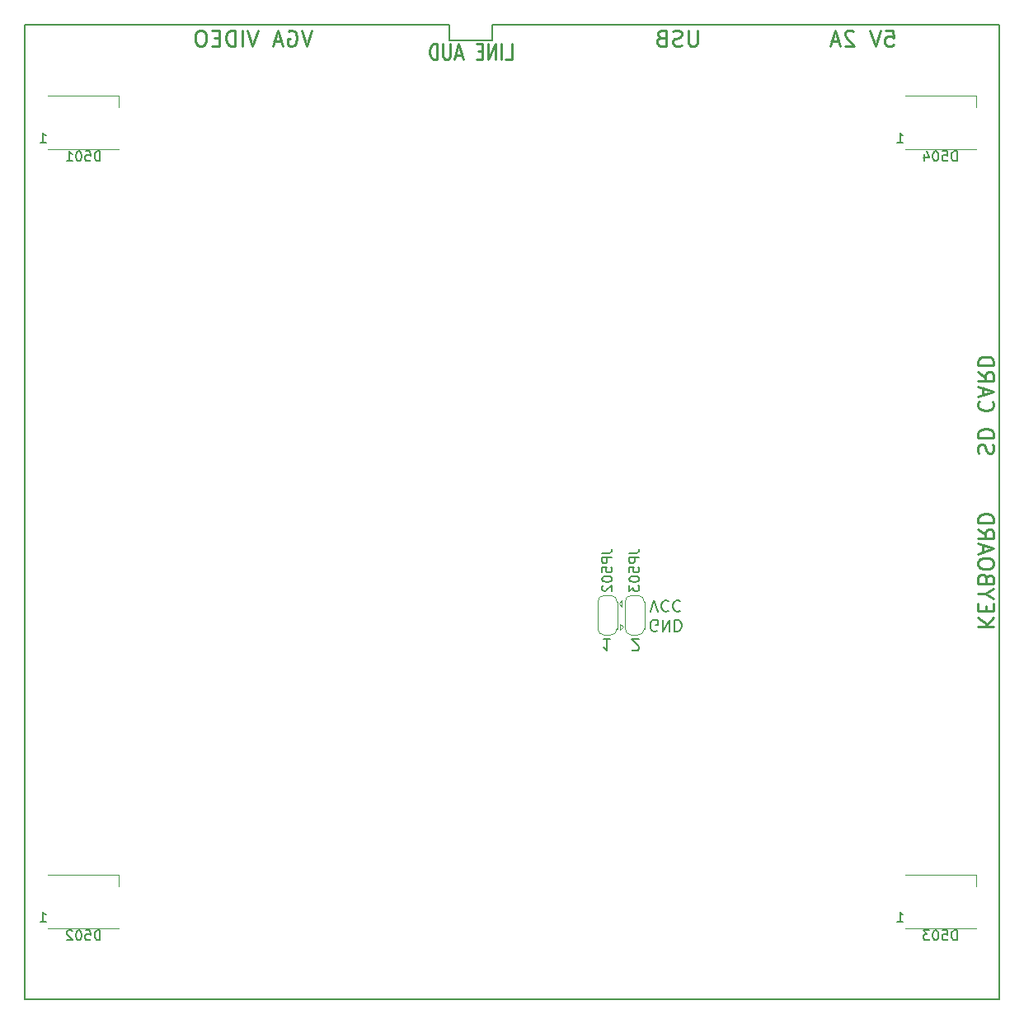
<source format=gbr>
%TF.GenerationSoftware,KiCad,Pcbnew,(5.1.10)-1*%
%TF.CreationDate,2022-11-11T04:49:50+00:00*%
%TF.ProjectId,HeikouBox,4865696b-6f75-4426-9f78-2e6b69636164,rev?*%
%TF.SameCoordinates,Original*%
%TF.FileFunction,Legend,Bot*%
%TF.FilePolarity,Positive*%
%FSLAX46Y46*%
G04 Gerber Fmt 4.6, Leading zero omitted, Abs format (unit mm)*
G04 Created by KiCad (PCBNEW (5.1.10)-1) date 2022-11-11 04:49:50*
%MOMM*%
%LPD*%
G01*
G04 APERTURE LIST*
%ADD10C,0.200000*%
%ADD11C,0.250000*%
%TA.AperFunction,Profile*%
%ADD12C,0.150000*%
%TD*%
%ADD13C,0.120000*%
%ADD14C,0.150000*%
G04 APERTURE END LIST*
D10*
X74857142Y-83457142D02*
X74171428Y-83457142D01*
X74514285Y-83457142D02*
X74514285Y-84657142D01*
X74400000Y-84485714D01*
X74285714Y-84371428D01*
X74171428Y-84314285D01*
X77142857Y-84542857D02*
X77200000Y-84600000D01*
X77314285Y-84657142D01*
X77600000Y-84657142D01*
X77714285Y-84600000D01*
X77771428Y-84542857D01*
X77828571Y-84428571D01*
X77828571Y-84314285D01*
X77771428Y-84142857D01*
X77085714Y-83457142D01*
X77828571Y-83457142D01*
X79685714Y-82600000D02*
X79571428Y-82657142D01*
X79400000Y-82657142D01*
X79228571Y-82600000D01*
X79114285Y-82485714D01*
X79057142Y-82371428D01*
X79000000Y-82142857D01*
X79000000Y-81971428D01*
X79057142Y-81742857D01*
X79114285Y-81628571D01*
X79228571Y-81514285D01*
X79400000Y-81457142D01*
X79514285Y-81457142D01*
X79685714Y-81514285D01*
X79742857Y-81571428D01*
X79742857Y-81971428D01*
X79514285Y-81971428D01*
X80257142Y-81457142D02*
X80257142Y-82657142D01*
X80942857Y-81457142D01*
X80942857Y-82657142D01*
X81514285Y-81457142D02*
X81514285Y-82657142D01*
X81800000Y-82657142D01*
X81971428Y-82600000D01*
X82085714Y-82485714D01*
X82142857Y-82371428D01*
X82200000Y-82142857D01*
X82200000Y-81971428D01*
X82142857Y-81742857D01*
X82085714Y-81628571D01*
X81971428Y-81514285D01*
X81800000Y-81457142D01*
X81514285Y-81457142D01*
X79000000Y-80657142D02*
X79400000Y-79457142D01*
X79800000Y-80657142D01*
X80885714Y-79571428D02*
X80828571Y-79514285D01*
X80657142Y-79457142D01*
X80542857Y-79457142D01*
X80371428Y-79514285D01*
X80257142Y-79628571D01*
X80200000Y-79742857D01*
X80142857Y-79971428D01*
X80142857Y-80142857D01*
X80200000Y-80371428D01*
X80257142Y-80485714D01*
X80371428Y-80600000D01*
X80542857Y-80657142D01*
X80657142Y-80657142D01*
X80828571Y-80600000D01*
X80885714Y-80542857D01*
X82085714Y-79571428D02*
X82028571Y-79514285D01*
X81857142Y-79457142D01*
X81742857Y-79457142D01*
X81571428Y-79514285D01*
X81457142Y-79628571D01*
X81400000Y-79742857D01*
X81342857Y-79971428D01*
X81342857Y-80142857D01*
X81400000Y-80371428D01*
X81457142Y-80485714D01*
X81571428Y-80600000D01*
X81742857Y-80657142D01*
X81857142Y-80657142D01*
X82028571Y-80600000D01*
X82085714Y-80542857D01*
D11*
X112676190Y-82152380D02*
X114276190Y-82152380D01*
X112676190Y-81238095D02*
X113590476Y-81923809D01*
X114276190Y-81238095D02*
X113361904Y-82152380D01*
X113514285Y-80552380D02*
X113514285Y-80019047D01*
X112676190Y-79790476D02*
X112676190Y-80552380D01*
X114276190Y-80552380D01*
X114276190Y-79790476D01*
X113438095Y-78800000D02*
X112676190Y-78800000D01*
X114276190Y-79333333D02*
X113438095Y-78800000D01*
X114276190Y-78266666D01*
X113514285Y-77200000D02*
X113438095Y-76971428D01*
X113361904Y-76895238D01*
X113209523Y-76819047D01*
X112980952Y-76819047D01*
X112828571Y-76895238D01*
X112752380Y-76971428D01*
X112676190Y-77123809D01*
X112676190Y-77733333D01*
X114276190Y-77733333D01*
X114276190Y-77200000D01*
X114200000Y-77047619D01*
X114123809Y-76971428D01*
X113971428Y-76895238D01*
X113819047Y-76895238D01*
X113666666Y-76971428D01*
X113590476Y-77047619D01*
X113514285Y-77200000D01*
X113514285Y-77733333D01*
X114276190Y-75828571D02*
X114276190Y-75523809D01*
X114200000Y-75371428D01*
X114047619Y-75219047D01*
X113742857Y-75142857D01*
X113209523Y-75142857D01*
X112904761Y-75219047D01*
X112752380Y-75371428D01*
X112676190Y-75523809D01*
X112676190Y-75828571D01*
X112752380Y-75980952D01*
X112904761Y-76133333D01*
X113209523Y-76209523D01*
X113742857Y-76209523D01*
X114047619Y-76133333D01*
X114200000Y-75980952D01*
X114276190Y-75828571D01*
X113133333Y-74533333D02*
X113133333Y-73771428D01*
X112676190Y-74685714D02*
X114276190Y-74152380D01*
X112676190Y-73619047D01*
X112676190Y-72171428D02*
X113438095Y-72704761D01*
X112676190Y-73085714D02*
X114276190Y-73085714D01*
X114276190Y-72476190D01*
X114200000Y-72323809D01*
X114123809Y-72247619D01*
X113971428Y-72171428D01*
X113742857Y-72171428D01*
X113590476Y-72247619D01*
X113514285Y-72323809D01*
X113438095Y-72476190D01*
X113438095Y-73085714D01*
X112676190Y-71485714D02*
X114276190Y-71485714D01*
X114276190Y-71104761D01*
X114200000Y-70876190D01*
X114047619Y-70723809D01*
X113895238Y-70647619D01*
X113590476Y-70571428D01*
X113361904Y-70571428D01*
X113057142Y-70647619D01*
X112904761Y-70723809D01*
X112752380Y-70876190D01*
X112676190Y-71104761D01*
X112676190Y-71485714D01*
X112752380Y-64352380D02*
X112676190Y-64123809D01*
X112676190Y-63742857D01*
X112752380Y-63590476D01*
X112828571Y-63514285D01*
X112980952Y-63438095D01*
X113133333Y-63438095D01*
X113285714Y-63514285D01*
X113361904Y-63590476D01*
X113438095Y-63742857D01*
X113514285Y-64047619D01*
X113590476Y-64200000D01*
X113666666Y-64276190D01*
X113819047Y-64352380D01*
X113971428Y-64352380D01*
X114123809Y-64276190D01*
X114200000Y-64200000D01*
X114276190Y-64047619D01*
X114276190Y-63666666D01*
X114200000Y-63438095D01*
X112676190Y-62752380D02*
X114276190Y-62752380D01*
X114276190Y-62371428D01*
X114200000Y-62142857D01*
X114047619Y-61990476D01*
X113895238Y-61914285D01*
X113590476Y-61838095D01*
X113361904Y-61838095D01*
X113057142Y-61914285D01*
X112904761Y-61990476D01*
X112752380Y-62142857D01*
X112676190Y-62371428D01*
X112676190Y-62752380D01*
X112828571Y-59019047D02*
X112752380Y-59095238D01*
X112676190Y-59323809D01*
X112676190Y-59476190D01*
X112752380Y-59704761D01*
X112904761Y-59857142D01*
X113057142Y-59933333D01*
X113361904Y-60009523D01*
X113590476Y-60009523D01*
X113895238Y-59933333D01*
X114047619Y-59857142D01*
X114200000Y-59704761D01*
X114276190Y-59476190D01*
X114276190Y-59323809D01*
X114200000Y-59095238D01*
X114123809Y-59019047D01*
X113133333Y-58409523D02*
X113133333Y-57647619D01*
X112676190Y-58561904D02*
X114276190Y-58028571D01*
X112676190Y-57495238D01*
X112676190Y-56047619D02*
X113438095Y-56580952D01*
X112676190Y-56961904D02*
X114276190Y-56961904D01*
X114276190Y-56352380D01*
X114200000Y-56200000D01*
X114123809Y-56123809D01*
X113971428Y-56047619D01*
X113742857Y-56047619D01*
X113590476Y-56123809D01*
X113514285Y-56200000D01*
X113438095Y-56352380D01*
X113438095Y-56961904D01*
X112676190Y-55361904D02*
X114276190Y-55361904D01*
X114276190Y-54980952D01*
X114200000Y-54752380D01*
X114047619Y-54600000D01*
X113895238Y-54523809D01*
X113590476Y-54447619D01*
X113361904Y-54447619D01*
X113057142Y-54523809D01*
X112904761Y-54600000D01*
X112752380Y-54752380D01*
X112676190Y-54980952D01*
X112676190Y-55361904D01*
X83819047Y-20923809D02*
X83819047Y-22219047D01*
X83742857Y-22371428D01*
X83666666Y-22447619D01*
X83514285Y-22523809D01*
X83209523Y-22523809D01*
X83057142Y-22447619D01*
X82980952Y-22371428D01*
X82904761Y-22219047D01*
X82904761Y-20923809D01*
X82219047Y-22447619D02*
X81990476Y-22523809D01*
X81609523Y-22523809D01*
X81457142Y-22447619D01*
X81380952Y-22371428D01*
X81304761Y-22219047D01*
X81304761Y-22066666D01*
X81380952Y-21914285D01*
X81457142Y-21838095D01*
X81609523Y-21761904D01*
X81914285Y-21685714D01*
X82066666Y-21609523D01*
X82142857Y-21533333D01*
X82219047Y-21380952D01*
X82219047Y-21228571D01*
X82142857Y-21076190D01*
X82066666Y-21000000D01*
X81914285Y-20923809D01*
X81533333Y-20923809D01*
X81304761Y-21000000D01*
X80085714Y-21685714D02*
X79857142Y-21761904D01*
X79780952Y-21838095D01*
X79704761Y-21990476D01*
X79704761Y-22219047D01*
X79780952Y-22371428D01*
X79857142Y-22447619D01*
X80009523Y-22523809D01*
X80619047Y-22523809D01*
X80619047Y-20923809D01*
X80085714Y-20923809D01*
X79933333Y-21000000D01*
X79857142Y-21076190D01*
X79780952Y-21228571D01*
X79780952Y-21380952D01*
X79857142Y-21533333D01*
X79933333Y-21609523D01*
X80085714Y-21685714D01*
X80619047Y-21685714D01*
X44257142Y-20923809D02*
X43723809Y-22523809D01*
X43190476Y-20923809D01*
X41819047Y-21000000D02*
X41971428Y-20923809D01*
X42200000Y-20923809D01*
X42428571Y-21000000D01*
X42580952Y-21152380D01*
X42657142Y-21304761D01*
X42733333Y-21609523D01*
X42733333Y-21838095D01*
X42657142Y-22142857D01*
X42580952Y-22295238D01*
X42428571Y-22447619D01*
X42200000Y-22523809D01*
X42047619Y-22523809D01*
X41819047Y-22447619D01*
X41742857Y-22371428D01*
X41742857Y-21838095D01*
X42047619Y-21838095D01*
X41133333Y-22066666D02*
X40371428Y-22066666D01*
X41285714Y-22523809D02*
X40752380Y-20923809D01*
X40219047Y-22523809D01*
X38695238Y-20923809D02*
X38161904Y-22523809D01*
X37628571Y-20923809D01*
X37095238Y-22523809D02*
X37095238Y-20923809D01*
X36333333Y-22523809D02*
X36333333Y-20923809D01*
X35952380Y-20923809D01*
X35723809Y-21000000D01*
X35571428Y-21152380D01*
X35495238Y-21304761D01*
X35419047Y-21609523D01*
X35419047Y-21838095D01*
X35495238Y-22142857D01*
X35571428Y-22295238D01*
X35723809Y-22447619D01*
X35952380Y-22523809D01*
X36333333Y-22523809D01*
X34733333Y-21685714D02*
X34200000Y-21685714D01*
X33971428Y-22523809D02*
X34733333Y-22523809D01*
X34733333Y-20923809D01*
X33971428Y-20923809D01*
X32980952Y-20923809D02*
X32676190Y-20923809D01*
X32523809Y-21000000D01*
X32371428Y-21152380D01*
X32295238Y-21457142D01*
X32295238Y-21990476D01*
X32371428Y-22295238D01*
X32523809Y-22447619D01*
X32676190Y-22523809D01*
X32980952Y-22523809D01*
X33133333Y-22447619D01*
X33285714Y-22295238D01*
X33361904Y-21990476D01*
X33361904Y-21457142D01*
X33285714Y-21152380D01*
X33133333Y-21000000D01*
X32980952Y-20923809D01*
X64159523Y-23923809D02*
X64778571Y-23923809D01*
X64778571Y-22323809D01*
X63726190Y-23923809D02*
X63726190Y-22323809D01*
X63107142Y-23923809D02*
X63107142Y-22323809D01*
X62364285Y-23923809D01*
X62364285Y-22323809D01*
X61745238Y-23085714D02*
X61311904Y-23085714D01*
X61126190Y-23923809D02*
X61745238Y-23923809D01*
X61745238Y-22323809D01*
X61126190Y-22323809D01*
X59640476Y-23466666D02*
X59021428Y-23466666D01*
X59764285Y-23923809D02*
X59330952Y-22323809D01*
X58897619Y-23923809D01*
X58464285Y-22323809D02*
X58464285Y-23619047D01*
X58402380Y-23771428D01*
X58340476Y-23847619D01*
X58216666Y-23923809D01*
X57969047Y-23923809D01*
X57845238Y-23847619D01*
X57783333Y-23771428D01*
X57721428Y-23619047D01*
X57721428Y-22323809D01*
X57102380Y-23923809D02*
X57102380Y-22323809D01*
X56792857Y-22323809D01*
X56607142Y-22400000D01*
X56483333Y-22552380D01*
X56421428Y-22704761D01*
X56359523Y-23009523D01*
X56359523Y-23238095D01*
X56421428Y-23542857D01*
X56483333Y-23695238D01*
X56607142Y-23847619D01*
X56792857Y-23923809D01*
X57102380Y-23923809D01*
X103161904Y-20923809D02*
X103923809Y-20923809D01*
X104000000Y-21685714D01*
X103923809Y-21609523D01*
X103771428Y-21533333D01*
X103390476Y-21533333D01*
X103238095Y-21609523D01*
X103161904Y-21685714D01*
X103085714Y-21838095D01*
X103085714Y-22219047D01*
X103161904Y-22371428D01*
X103238095Y-22447619D01*
X103390476Y-22523809D01*
X103771428Y-22523809D01*
X103923809Y-22447619D01*
X104000000Y-22371428D01*
X102628571Y-20923809D02*
X102095238Y-22523809D01*
X101561904Y-20923809D01*
X99885714Y-21076190D02*
X99809523Y-21000000D01*
X99657142Y-20923809D01*
X99276190Y-20923809D01*
X99123809Y-21000000D01*
X99047619Y-21076190D01*
X98971428Y-21228571D01*
X98971428Y-21380952D01*
X99047619Y-21609523D01*
X99961904Y-22523809D01*
X98971428Y-22523809D01*
X98361904Y-22066666D02*
X97600000Y-22066666D01*
X98514285Y-22523809D02*
X97980952Y-20923809D01*
X97447619Y-22523809D01*
D12*
X62800000Y-20400000D02*
X114800000Y-20400000D01*
X62800000Y-22000000D02*
X62800000Y-20400000D01*
X58400000Y-22000000D02*
X62800000Y-22000000D01*
X58400000Y-20400000D02*
X58400000Y-22000000D01*
X114800000Y-120400000D02*
X114800000Y-20400000D01*
X14800000Y-120400000D02*
X114800000Y-120400000D01*
X14800000Y-20400000D02*
X14800000Y-120400000D01*
X58400000Y-20400000D02*
X14800000Y-20400000D01*
D13*
%TO.C,JP502*%
X73600000Y-82350000D02*
G75*
G03*
X74300000Y-83050000I700000J0D01*
G01*
X74900000Y-83050000D02*
G75*
G03*
X75600000Y-82350000I0J700000D01*
G01*
X75600000Y-79650000D02*
G75*
G03*
X74900000Y-78950000I-700000J0D01*
G01*
X74300000Y-78950000D02*
G75*
G03*
X73600000Y-79650000I0J-700000D01*
G01*
X73600000Y-79600000D02*
X73600000Y-82400000D01*
X74300000Y-83050000D02*
X74900000Y-83050000D01*
X75600000Y-82400000D02*
X75600000Y-79600000D01*
X74900000Y-78950000D02*
X74300000Y-78950000D01*
X75800000Y-79800000D02*
X76100000Y-79500000D01*
X76100000Y-79500000D02*
X76100000Y-80100000D01*
X75800000Y-79800000D02*
X76100000Y-80100000D01*
%TO.C,JP503*%
X78400000Y-79650000D02*
G75*
G03*
X77700000Y-78950000I-700000J0D01*
G01*
X77100000Y-78950000D02*
G75*
G03*
X76400000Y-79650000I0J-700000D01*
G01*
X76400000Y-82350000D02*
G75*
G03*
X77100000Y-83050000I700000J0D01*
G01*
X77700000Y-83050000D02*
G75*
G03*
X78400000Y-82350000I0J700000D01*
G01*
X78400000Y-82400000D02*
X78400000Y-79600000D01*
X77700000Y-78950000D02*
X77100000Y-78950000D01*
X76400000Y-79600000D02*
X76400000Y-82400000D01*
X77100000Y-83050000D02*
X77700000Y-83050000D01*
X76200000Y-82200000D02*
X75900000Y-82500000D01*
X75900000Y-82500000D02*
X75900000Y-81900000D01*
X76200000Y-82200000D02*
X75900000Y-81900000D01*
%TO.C,D504*%
X105150000Y-33150000D02*
X112450000Y-33150000D01*
X105150000Y-27650000D02*
X112450000Y-27650000D01*
X112450000Y-27650000D02*
X112450000Y-28800000D01*
%TO.C,D503*%
X112450000Y-107650000D02*
X112450000Y-108800000D01*
X105150000Y-107650000D02*
X112450000Y-107650000D01*
X105150000Y-113150000D02*
X112450000Y-113150000D01*
%TO.C,D502*%
X24450000Y-107650000D02*
X24450000Y-108800000D01*
X17150000Y-107650000D02*
X24450000Y-107650000D01*
X17150000Y-113150000D02*
X24450000Y-113150000D01*
%TO.C,D501*%
X24450000Y-27650000D02*
X24450000Y-28800000D01*
X17150000Y-27650000D02*
X24450000Y-27650000D01*
X17150000Y-33150000D02*
X24450000Y-33150000D01*
%TD*%
%TO.C,JP502*%
D14*
X74052380Y-74614285D02*
X74766666Y-74614285D01*
X74909523Y-74566666D01*
X75004761Y-74471428D01*
X75052380Y-74328571D01*
X75052380Y-74233333D01*
X75052380Y-75090476D02*
X74052380Y-75090476D01*
X74052380Y-75471428D01*
X74100000Y-75566666D01*
X74147619Y-75614285D01*
X74242857Y-75661904D01*
X74385714Y-75661904D01*
X74480952Y-75614285D01*
X74528571Y-75566666D01*
X74576190Y-75471428D01*
X74576190Y-75090476D01*
X74052380Y-76566666D02*
X74052380Y-76090476D01*
X74528571Y-76042857D01*
X74480952Y-76090476D01*
X74433333Y-76185714D01*
X74433333Y-76423809D01*
X74480952Y-76519047D01*
X74528571Y-76566666D01*
X74623809Y-76614285D01*
X74861904Y-76614285D01*
X74957142Y-76566666D01*
X75004761Y-76519047D01*
X75052380Y-76423809D01*
X75052380Y-76185714D01*
X75004761Y-76090476D01*
X74957142Y-76042857D01*
X74052380Y-77233333D02*
X74052380Y-77328571D01*
X74100000Y-77423809D01*
X74147619Y-77471428D01*
X74242857Y-77519047D01*
X74433333Y-77566666D01*
X74671428Y-77566666D01*
X74861904Y-77519047D01*
X74957142Y-77471428D01*
X75004761Y-77423809D01*
X75052380Y-77328571D01*
X75052380Y-77233333D01*
X75004761Y-77138095D01*
X74957142Y-77090476D01*
X74861904Y-77042857D01*
X74671428Y-76995238D01*
X74433333Y-76995238D01*
X74242857Y-77042857D01*
X74147619Y-77090476D01*
X74100000Y-77138095D01*
X74052380Y-77233333D01*
X74147619Y-77947619D02*
X74100000Y-77995238D01*
X74052380Y-78090476D01*
X74052380Y-78328571D01*
X74100000Y-78423809D01*
X74147619Y-78471428D01*
X74242857Y-78519047D01*
X74338095Y-78519047D01*
X74480952Y-78471428D01*
X75052380Y-77900000D01*
X75052380Y-78519047D01*
%TO.C,JP503*%
X76852380Y-74614285D02*
X77566666Y-74614285D01*
X77709523Y-74566666D01*
X77804761Y-74471428D01*
X77852380Y-74328571D01*
X77852380Y-74233333D01*
X77852380Y-75090476D02*
X76852380Y-75090476D01*
X76852380Y-75471428D01*
X76900000Y-75566666D01*
X76947619Y-75614285D01*
X77042857Y-75661904D01*
X77185714Y-75661904D01*
X77280952Y-75614285D01*
X77328571Y-75566666D01*
X77376190Y-75471428D01*
X77376190Y-75090476D01*
X76852380Y-76566666D02*
X76852380Y-76090476D01*
X77328571Y-76042857D01*
X77280952Y-76090476D01*
X77233333Y-76185714D01*
X77233333Y-76423809D01*
X77280952Y-76519047D01*
X77328571Y-76566666D01*
X77423809Y-76614285D01*
X77661904Y-76614285D01*
X77757142Y-76566666D01*
X77804761Y-76519047D01*
X77852380Y-76423809D01*
X77852380Y-76185714D01*
X77804761Y-76090476D01*
X77757142Y-76042857D01*
X76852380Y-77233333D02*
X76852380Y-77328571D01*
X76900000Y-77423809D01*
X76947619Y-77471428D01*
X77042857Y-77519047D01*
X77233333Y-77566666D01*
X77471428Y-77566666D01*
X77661904Y-77519047D01*
X77757142Y-77471428D01*
X77804761Y-77423809D01*
X77852380Y-77328571D01*
X77852380Y-77233333D01*
X77804761Y-77138095D01*
X77757142Y-77090476D01*
X77661904Y-77042857D01*
X77471428Y-76995238D01*
X77233333Y-76995238D01*
X77042857Y-77042857D01*
X76947619Y-77090476D01*
X76900000Y-77138095D01*
X76852380Y-77233333D01*
X76852380Y-77900000D02*
X76852380Y-78519047D01*
X77233333Y-78185714D01*
X77233333Y-78328571D01*
X77280952Y-78423809D01*
X77328571Y-78471428D01*
X77423809Y-78519047D01*
X77661904Y-78519047D01*
X77757142Y-78471428D01*
X77804761Y-78423809D01*
X77852380Y-78328571D01*
X77852380Y-78042857D01*
X77804761Y-77947619D01*
X77757142Y-77900000D01*
%TO.C,D504*%
X110490476Y-34352380D02*
X110490476Y-33352380D01*
X110252380Y-33352380D01*
X110109523Y-33400000D01*
X110014285Y-33495238D01*
X109966666Y-33590476D01*
X109919047Y-33780952D01*
X109919047Y-33923809D01*
X109966666Y-34114285D01*
X110014285Y-34209523D01*
X110109523Y-34304761D01*
X110252380Y-34352380D01*
X110490476Y-34352380D01*
X109014285Y-33352380D02*
X109490476Y-33352380D01*
X109538095Y-33828571D01*
X109490476Y-33780952D01*
X109395238Y-33733333D01*
X109157142Y-33733333D01*
X109061904Y-33780952D01*
X109014285Y-33828571D01*
X108966666Y-33923809D01*
X108966666Y-34161904D01*
X109014285Y-34257142D01*
X109061904Y-34304761D01*
X109157142Y-34352380D01*
X109395238Y-34352380D01*
X109490476Y-34304761D01*
X109538095Y-34257142D01*
X108347619Y-33352380D02*
X108252380Y-33352380D01*
X108157142Y-33400000D01*
X108109523Y-33447619D01*
X108061904Y-33542857D01*
X108014285Y-33733333D01*
X108014285Y-33971428D01*
X108061904Y-34161904D01*
X108109523Y-34257142D01*
X108157142Y-34304761D01*
X108252380Y-34352380D01*
X108347619Y-34352380D01*
X108442857Y-34304761D01*
X108490476Y-34257142D01*
X108538095Y-34161904D01*
X108585714Y-33971428D01*
X108585714Y-33733333D01*
X108538095Y-33542857D01*
X108490476Y-33447619D01*
X108442857Y-33400000D01*
X108347619Y-33352380D01*
X107157142Y-33685714D02*
X107157142Y-34352380D01*
X107395238Y-33304761D02*
X107633333Y-34019047D01*
X107014285Y-34019047D01*
X104364285Y-32452380D02*
X104935714Y-32452380D01*
X104650000Y-32452380D02*
X104650000Y-31452380D01*
X104745238Y-31595238D01*
X104840476Y-31690476D01*
X104935714Y-31738095D01*
%TO.C,D503*%
X110490476Y-114352380D02*
X110490476Y-113352380D01*
X110252380Y-113352380D01*
X110109523Y-113400000D01*
X110014285Y-113495238D01*
X109966666Y-113590476D01*
X109919047Y-113780952D01*
X109919047Y-113923809D01*
X109966666Y-114114285D01*
X110014285Y-114209523D01*
X110109523Y-114304761D01*
X110252380Y-114352380D01*
X110490476Y-114352380D01*
X109014285Y-113352380D02*
X109490476Y-113352380D01*
X109538095Y-113828571D01*
X109490476Y-113780952D01*
X109395238Y-113733333D01*
X109157142Y-113733333D01*
X109061904Y-113780952D01*
X109014285Y-113828571D01*
X108966666Y-113923809D01*
X108966666Y-114161904D01*
X109014285Y-114257142D01*
X109061904Y-114304761D01*
X109157142Y-114352380D01*
X109395238Y-114352380D01*
X109490476Y-114304761D01*
X109538095Y-114257142D01*
X108347619Y-113352380D02*
X108252380Y-113352380D01*
X108157142Y-113400000D01*
X108109523Y-113447619D01*
X108061904Y-113542857D01*
X108014285Y-113733333D01*
X108014285Y-113971428D01*
X108061904Y-114161904D01*
X108109523Y-114257142D01*
X108157142Y-114304761D01*
X108252380Y-114352380D01*
X108347619Y-114352380D01*
X108442857Y-114304761D01*
X108490476Y-114257142D01*
X108538095Y-114161904D01*
X108585714Y-113971428D01*
X108585714Y-113733333D01*
X108538095Y-113542857D01*
X108490476Y-113447619D01*
X108442857Y-113400000D01*
X108347619Y-113352380D01*
X107680952Y-113352380D02*
X107061904Y-113352380D01*
X107395238Y-113733333D01*
X107252380Y-113733333D01*
X107157142Y-113780952D01*
X107109523Y-113828571D01*
X107061904Y-113923809D01*
X107061904Y-114161904D01*
X107109523Y-114257142D01*
X107157142Y-114304761D01*
X107252380Y-114352380D01*
X107538095Y-114352380D01*
X107633333Y-114304761D01*
X107680952Y-114257142D01*
X104364285Y-112452380D02*
X104935714Y-112452380D01*
X104650000Y-112452380D02*
X104650000Y-111452380D01*
X104745238Y-111595238D01*
X104840476Y-111690476D01*
X104935714Y-111738095D01*
%TO.C,D502*%
X22490476Y-114352380D02*
X22490476Y-113352380D01*
X22252380Y-113352380D01*
X22109523Y-113400000D01*
X22014285Y-113495238D01*
X21966666Y-113590476D01*
X21919047Y-113780952D01*
X21919047Y-113923809D01*
X21966666Y-114114285D01*
X22014285Y-114209523D01*
X22109523Y-114304761D01*
X22252380Y-114352380D01*
X22490476Y-114352380D01*
X21014285Y-113352380D02*
X21490476Y-113352380D01*
X21538095Y-113828571D01*
X21490476Y-113780952D01*
X21395238Y-113733333D01*
X21157142Y-113733333D01*
X21061904Y-113780952D01*
X21014285Y-113828571D01*
X20966666Y-113923809D01*
X20966666Y-114161904D01*
X21014285Y-114257142D01*
X21061904Y-114304761D01*
X21157142Y-114352380D01*
X21395238Y-114352380D01*
X21490476Y-114304761D01*
X21538095Y-114257142D01*
X20347619Y-113352380D02*
X20252380Y-113352380D01*
X20157142Y-113400000D01*
X20109523Y-113447619D01*
X20061904Y-113542857D01*
X20014285Y-113733333D01*
X20014285Y-113971428D01*
X20061904Y-114161904D01*
X20109523Y-114257142D01*
X20157142Y-114304761D01*
X20252380Y-114352380D01*
X20347619Y-114352380D01*
X20442857Y-114304761D01*
X20490476Y-114257142D01*
X20538095Y-114161904D01*
X20585714Y-113971428D01*
X20585714Y-113733333D01*
X20538095Y-113542857D01*
X20490476Y-113447619D01*
X20442857Y-113400000D01*
X20347619Y-113352380D01*
X19633333Y-113447619D02*
X19585714Y-113400000D01*
X19490476Y-113352380D01*
X19252380Y-113352380D01*
X19157142Y-113400000D01*
X19109523Y-113447619D01*
X19061904Y-113542857D01*
X19061904Y-113638095D01*
X19109523Y-113780952D01*
X19680952Y-114352380D01*
X19061904Y-114352380D01*
X16364285Y-112452380D02*
X16935714Y-112452380D01*
X16650000Y-112452380D02*
X16650000Y-111452380D01*
X16745238Y-111595238D01*
X16840476Y-111690476D01*
X16935714Y-111738095D01*
%TO.C,D501*%
X22490476Y-34352380D02*
X22490476Y-33352380D01*
X22252380Y-33352380D01*
X22109523Y-33400000D01*
X22014285Y-33495238D01*
X21966666Y-33590476D01*
X21919047Y-33780952D01*
X21919047Y-33923809D01*
X21966666Y-34114285D01*
X22014285Y-34209523D01*
X22109523Y-34304761D01*
X22252380Y-34352380D01*
X22490476Y-34352380D01*
X21014285Y-33352380D02*
X21490476Y-33352380D01*
X21538095Y-33828571D01*
X21490476Y-33780952D01*
X21395238Y-33733333D01*
X21157142Y-33733333D01*
X21061904Y-33780952D01*
X21014285Y-33828571D01*
X20966666Y-33923809D01*
X20966666Y-34161904D01*
X21014285Y-34257142D01*
X21061904Y-34304761D01*
X21157142Y-34352380D01*
X21395238Y-34352380D01*
X21490476Y-34304761D01*
X21538095Y-34257142D01*
X20347619Y-33352380D02*
X20252380Y-33352380D01*
X20157142Y-33400000D01*
X20109523Y-33447619D01*
X20061904Y-33542857D01*
X20014285Y-33733333D01*
X20014285Y-33971428D01*
X20061904Y-34161904D01*
X20109523Y-34257142D01*
X20157142Y-34304761D01*
X20252380Y-34352380D01*
X20347619Y-34352380D01*
X20442857Y-34304761D01*
X20490476Y-34257142D01*
X20538095Y-34161904D01*
X20585714Y-33971428D01*
X20585714Y-33733333D01*
X20538095Y-33542857D01*
X20490476Y-33447619D01*
X20442857Y-33400000D01*
X20347619Y-33352380D01*
X19061904Y-34352380D02*
X19633333Y-34352380D01*
X19347619Y-34352380D02*
X19347619Y-33352380D01*
X19442857Y-33495238D01*
X19538095Y-33590476D01*
X19633333Y-33638095D01*
X16364285Y-32452380D02*
X16935714Y-32452380D01*
X16650000Y-32452380D02*
X16650000Y-31452380D01*
X16745238Y-31595238D01*
X16840476Y-31690476D01*
X16935714Y-31738095D01*
%TD*%
M02*

</source>
